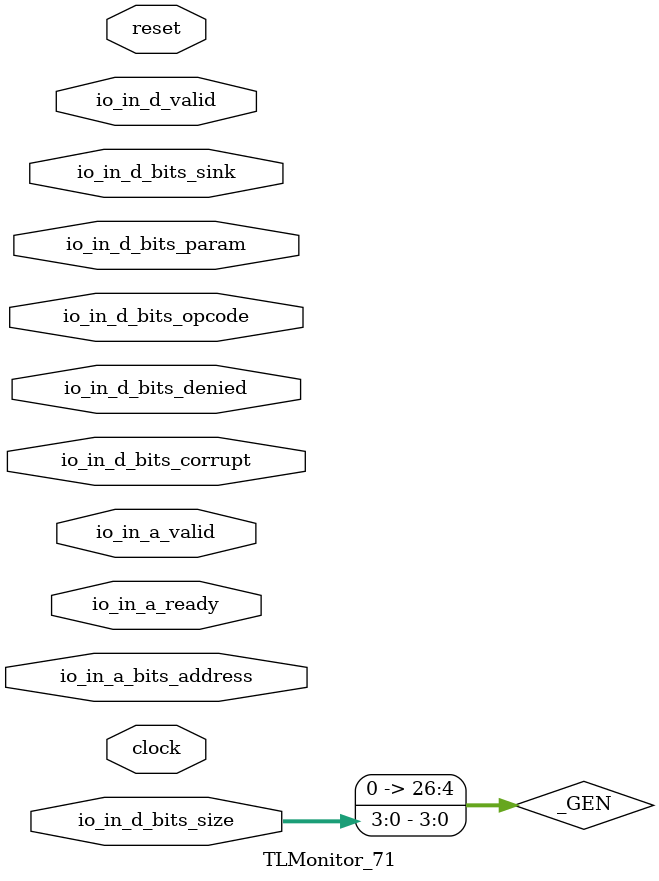
<source format=sv>
`ifndef RANDOMIZE
  `ifdef RANDOMIZE_REG_INIT
    `define RANDOMIZE
  `endif // RANDOMIZE_REG_INIT
`endif // not def RANDOMIZE
`ifndef RANDOMIZE
  `ifdef RANDOMIZE_MEM_INIT
    `define RANDOMIZE
  `endif // RANDOMIZE_MEM_INIT
`endif // not def RANDOMIZE

`ifndef RANDOM
  `define RANDOM $random
`endif // not def RANDOM

// Users can define 'PRINTF_COND' to add an extra gate to prints.
`ifndef PRINTF_COND_
  `ifdef PRINTF_COND
    `define PRINTF_COND_ (`PRINTF_COND)
  `else  // PRINTF_COND
    `define PRINTF_COND_ 1
  `endif // PRINTF_COND
`endif // not def PRINTF_COND_

// Users can define 'ASSERT_VERBOSE_COND' to add an extra gate to assert error printing.
`ifndef ASSERT_VERBOSE_COND_
  `ifdef ASSERT_VERBOSE_COND
    `define ASSERT_VERBOSE_COND_ (`ASSERT_VERBOSE_COND)
  `else  // ASSERT_VERBOSE_COND
    `define ASSERT_VERBOSE_COND_ 1
  `endif // ASSERT_VERBOSE_COND
`endif // not def ASSERT_VERBOSE_COND_

// Users can define 'STOP_COND' to add an extra gate to stop conditions.
`ifndef STOP_COND_
  `ifdef STOP_COND
    `define STOP_COND_ (`STOP_COND)
  `else  // STOP_COND
    `define STOP_COND_ 1
  `endif // STOP_COND
`endif // not def STOP_COND_

// Users can define INIT_RANDOM as general code that gets injected into the
// initializer block for modules with registers.
`ifndef INIT_RANDOM
  `define INIT_RANDOM
`endif // not def INIT_RANDOM

// If using random initialization, you can also define RANDOMIZE_DELAY to
// customize the delay used, otherwise 0.002 is used.
`ifndef RANDOMIZE_DELAY
  `define RANDOMIZE_DELAY 0.002
`endif // not def RANDOMIZE_DELAY

// Define INIT_RANDOM_PROLOG_ for use in our modules below.
`ifndef INIT_RANDOM_PROLOG_
  `ifdef RANDOMIZE
    `ifdef VERILATOR
      `define INIT_RANDOM_PROLOG_ `INIT_RANDOM
    `else  // VERILATOR
      `define INIT_RANDOM_PROLOG_ `INIT_RANDOM #`RANDOMIZE_DELAY begin end
    `endif // VERILATOR
  `else  // RANDOMIZE
    `define INIT_RANDOM_PROLOG_
  `endif // RANDOMIZE
`endif // not def INIT_RANDOM_PROLOG_

module TLMonitor_71(
  input        clock,
               reset,
               io_in_a_ready,
               io_in_a_valid,
  input [31:0] io_in_a_bits_address,
  input        io_in_d_valid,
  input [2:0]  io_in_d_bits_opcode,
  input [1:0]  io_in_d_bits_param,
  input [3:0]  io_in_d_bits_size,
               io_in_d_bits_sink,
  input        io_in_d_bits_denied,
               io_in_d_bits_corrupt
);

  wire [31:0] _plusarg_reader_1_out;	// @[PlusArg.scala:80:11]
  wire [31:0] _plusarg_reader_out;	// @[PlusArg.scala:80:11]
  wire        a_set = io_in_a_ready & io_in_a_valid;	// @[Decoupled.scala:51:35]
  reg  [7:0]  d_first_counter;	// @[Edges.scala:229:27]
  reg  [2:0]  opcode_1;	// @[Monitor.scala:535:22]
  reg  [1:0]  param_1;	// @[Monitor.scala:536:22]
  reg  [3:0]  size_1;	// @[Monitor.scala:537:22]
  reg         source_1;	// @[Monitor.scala:538:22]
  reg  [3:0]  sink;	// @[Monitor.scala:539:22]
  reg         denied;	// @[Monitor.scala:540:22]
  reg         inflight;	// @[Monitor.scala:611:27]
  reg  [3:0]  inflight_opcodes;	// @[Monitor.scala:613:35]
  reg  [7:0]  inflight_sizes;	// @[Monitor.scala:615:33]
  reg  [7:0]  d_first_counter_1;	// @[Edges.scala:229:27]
  wire        d_first_1 = d_first_counter_1 == 8'h0;	// @[Edges.scala:229:27, :231:25, Monitor.scala:745:35]
  wire        d_release_ack = io_in_d_bits_opcode == 3'h6;	// @[Monitor.scala:81:25, :670:46]
  reg  [31:0] watchdog;	// @[Monitor.scala:706:27]
  reg  [7:0]  d_first_counter_2;	// @[Edges.scala:229:27]
  wire        d_first_2 = d_first_counter_2 == 8'h0;	// @[Edges.scala:229:27, :231:25, Monitor.scala:745:35]
  wire [26:0] _GEN = {23'h0, io_in_d_bits_size};	// @[package.scala:235:71]
  wire [26:0] _d_first_beats1_decode_T_1 = 27'hFFF << _GEN;	// @[package.scala:235:71]
  wire [26:0] _d_first_beats1_decode_T_5 = 27'hFFF << _GEN;	// @[package.scala:235:71]
  wire [26:0] _d_first_beats1_decode_T_9 = 27'hFFF << _GEN;	// @[package.scala:235:71]
  wire        d_clr = io_in_d_valid & d_first_1 & ~d_release_ack;	// @[Edges.scala:231:25, Monitor.scala:670:46, :671:74, :675:72]
  wire        _T_1083 = io_in_d_valid & ~(|d_first_counter);	// @[Edges.scala:229:27, :231:25, Monitor.scala:549:20]
  always @(posedge clock) begin
    if (reset) begin
      d_first_counter <= 8'h0;	// @[Edges.scala:229:27, Monitor.scala:745:35]
      inflight <= 1'h0;	// @[Monitor.scala:611:27]
      inflight_opcodes <= 4'h0;	// @[Monitor.scala:613:35, :657:77, Parameters.scala:92:42]
      inflight_sizes <= 8'h0;	// @[Monitor.scala:615:33, :745:35]
      d_first_counter_1 <= 8'h0;	// @[Edges.scala:229:27, Monitor.scala:745:35]
      watchdog <= 32'h0;	// @[Bundles.scala:259:74, Monitor.scala:706:27]
      d_first_counter_2 <= 8'h0;	// @[Edges.scala:229:27, Monitor.scala:745:35]
    end
    else begin
      if (io_in_d_valid) begin
        if (|d_first_counter)	// @[Edges.scala:229:27, :231:25]
          d_first_counter <= d_first_counter - 8'h1;	// @[Edges.scala:229:27, :230:28]
        else if (io_in_d_bits_opcode[0])	// @[Edges.scala:106:36]
          d_first_counter <= ~(_d_first_beats1_decode_T_1[11:4]);	// @[Edges.scala:229:27, package.scala:235:{46,71,76}]
        else	// @[Edges.scala:106:36]
          d_first_counter <= 8'h0;	// @[Edges.scala:229:27, Monitor.scala:745:35]
        if (d_first_1) begin	// @[Edges.scala:231:25]
          if (io_in_d_bits_opcode[0])	// @[Edges.scala:106:36]
            d_first_counter_1 <= ~(_d_first_beats1_decode_T_5[11:4]);	// @[Edges.scala:229:27, package.scala:235:{46,71,76}]
          else	// @[Edges.scala:106:36]
            d_first_counter_1 <= 8'h0;	// @[Edges.scala:229:27, Monitor.scala:745:35]
        end
        else	// @[Edges.scala:231:25]
          d_first_counter_1 <= d_first_counter_1 - 8'h1;	// @[Edges.scala:229:27, :230:28]
        if (d_first_2) begin	// @[Edges.scala:231:25]
          if (io_in_d_bits_opcode[0])	// @[Edges.scala:106:36]
            d_first_counter_2 <= ~(_d_first_beats1_decode_T_9[11:4]);	// @[Edges.scala:229:27, package.scala:235:{46,71,76}]
          else	// @[Edges.scala:106:36]
            d_first_counter_2 <= 8'h0;	// @[Edges.scala:229:27, Monitor.scala:745:35]
        end
        else	// @[Edges.scala:231:25]
          d_first_counter_2 <= d_first_counter_2 - 8'h1;	// @[Edges.scala:229:27, :230:28]
      end
      inflight <= (inflight | a_set) & ~d_clr;	// @[Decoupled.scala:51:35, Monitor.scala:611:27, :675:72, :702:{27,36,38}]
      inflight_opcodes <= (inflight_opcodes | (a_set ? 4'h9 : 4'h0)) & ~{4{d_clr}};	// @[Decoupled.scala:51:35, Monitor.scala:613:35, :627:33, :652:72, :654:61, :656:28, :657:77, :665:33, :675:{72,91}, :677:21, :703:{43,60,62}, Parameters.scala:92:42]
      inflight_sizes <= (inflight_sizes | (a_set ? {3'h0, a_set ? 5'hD : 5'h0} : 8'h0)) & ~{8{d_clr}};	// @[Decoupled.scala:51:35, Monitor.scala:615:33, :629:31, :645:38, :652:72, :655:{28,59}, :657:28, :667:31, :675:{72,91}, :678:21, :704:{39,54,56}, :745:35]
      if (a_set | io_in_d_valid)	// @[Decoupled.scala:51:35, Monitor.scala:712:27]
        watchdog <= 32'h0;	// @[Bundles.scala:259:74, Monitor.scala:706:27]
      else	// @[Monitor.scala:712:27]
        watchdog <= watchdog + 32'h1;	// @[Monitor.scala:706:27, :711:26]
    end
    if (_T_1083) begin	// @[Monitor.scala:549:20]
      opcode_1 <= io_in_d_bits_opcode;	// @[Monitor.scala:535:22]
      param_1 <= io_in_d_bits_param;	// @[Monitor.scala:536:22]
      size_1 <= io_in_d_bits_size;	// @[Monitor.scala:537:22]
      sink <= io_in_d_bits_sink;	// @[Monitor.scala:539:22]
      denied <= io_in_d_bits_denied;	// @[Monitor.scala:540:22]
    end
    source_1 <= ~_T_1083 & source_1;	// @[Monitor.scala:538:22, :549:{20,32}, :553:15]
  end // always @(posedge)
  `ifndef SYNTHESIS
    wire  [7:0][2:0] _GEN_0 = '{3'h4, 3'h5, 3'h2, 3'h1, 3'h1, 3'h1, 3'h0, 3'h0};	// @[Monitor.scala:690:38]
    wire  [7:0][2:0] _GEN_1 = '{3'h4, 3'h4, 3'h2, 3'h1, 3'h1, 3'h1, 3'h0, 3'h0};	// @[Monitor.scala:689:38]
    wire             _GEN_2 = io_in_d_valid & io_in_d_bits_opcode == 3'h6;	// @[Monitor.scala:81:25, :310:{25,52}]
    wire             _GEN_3 = io_in_d_bits_size[3:2] == 2'h0;	// @[Monitor.scala:312:27, :313:28]
    wire             _GEN_4 = io_in_d_valid & io_in_d_bits_opcode == 3'h4;	// @[Monitor.scala:318:{25,47}]
    wire             _GEN_5 = io_in_d_bits_param == 2'h2;	// @[Bundles.scala:111:27, Monitor.scala:323:28]
    wire             _GEN_6 = io_in_d_valid & io_in_d_bits_opcode == 3'h5;	// @[Monitor.scala:146:25, :328:{25,51}]
    wire             _GEN_7 = io_in_d_valid & io_in_d_bits_opcode == 3'h0;	// @[Monitor.scala:338:{25,51}]
    wire             _GEN_8 = io_in_d_valid & io_in_d_bits_opcode == 3'h1;	// @[Monitor.scala:346:{25,55}, :686:39]
    wire             _GEN_9 = io_in_d_valid & io_in_d_bits_opcode == 3'h2;	// @[Monitor.scala:354:{25,49}, :640:42]
    wire             _T_1057 = io_in_d_valid & (|d_first_counter);	// @[Edges.scala:229:27, :231:25, Monitor.scala:541:19]
    wire             _T_1136 = io_in_d_valid & d_first_1;	// @[Edges.scala:231:25, Monitor.scala:671:26]
    wire             _T_1107 = _T_1136 & ~d_release_ack;	// @[Monitor.scala:670:46, :671:{26,74}, :680:71]
    wire             _GEN_10 = _T_1107 & io_in_a_valid;	// @[Monitor.scala:680:71, :684:30]
    wire             _GEN_11 = _T_1107 & ~io_in_a_valid;	// @[Monitor.scala:680:71, :684:30]
    wire             _T_1193 = io_in_d_valid & d_first_2 & d_release_ack;	// @[Edges.scala:231:25, Monitor.scala:670:46, :791:71]
    always @(posedge clock) begin	// @[Monitor.scala:42:11]
      if (io_in_a_valid & ~reset & ~(io_in_a_bits_address[31:12] == 20'h3 | {io_in_a_bits_address[31:15], io_in_a_bits_address[13:12]} == 19'h0 | io_in_a_bits_address[31:16] == 16'h1 | {io_in_a_bits_address[31:17] ^ 15'h8, io_in_a_bits_address[15:12]} == 19'h0 | io_in_a_bits_address[31:16] == 16'h200 | io_in_a_bits_address[31:12] == 20'h2010 | io_in_a_bits_address[31:26] == 6'h3 | io_in_a_bits_address[31:12] == 20'h54000 | io_in_a_bits_address[31:28] == 4'h8)) begin	// @[Monitor.scala:42:11, Parameters.scala:137:{31,45,65}, :673:26]
        if (`ASSERT_VERBOSE_COND_)	// @[Monitor.scala:42:11]
          $error("Assertion failed: 'A' channel carries Get type which slave claims it can't support (connected at Frontend.scala:386:21)\n    at Monitor.scala:42 assert(cond, message)\n");	// @[Monitor.scala:42:11]
        if (`STOP_COND_)	// @[Monitor.scala:42:11]
          $fatal;	// @[Monitor.scala:42:11]
      end
      if (io_in_a_valid & ~reset & (|(io_in_a_bits_address[5:0]))) begin	// @[Edges.scala:21:{16,24}, Monitor.scala:42:11]
        if (`ASSERT_VERBOSE_COND_)	// @[Monitor.scala:42:11]
          $error("Assertion failed: 'A' channel Get address not aligned to size (connected at Frontend.scala:386:21)\n    at Monitor.scala:42 assert(cond, message)\n");	// @[Monitor.scala:42:11]
        if (`STOP_COND_)	// @[Monitor.scala:42:11]
          $fatal;	// @[Monitor.scala:42:11]
      end
      if (io_in_d_valid & ~reset & (&io_in_d_bits_opcode)) begin	// @[Bundles.scala:45:24, Monitor.scala:49:11]
        if (`ASSERT_VERBOSE_COND_)	// @[Monitor.scala:49:11]
          $error("Assertion failed: 'D' channel has invalid opcode (connected at Frontend.scala:386:21)\n    at Monitor.scala:49 assert(cond, message)\n");	// @[Monitor.scala:49:11]
        if (`STOP_COND_)	// @[Monitor.scala:49:11]
          $fatal;	// @[Monitor.scala:49:11]
      end
      if (_GEN_2 & ~reset & _GEN_3) begin	// @[Monitor.scala:49:11, :310:52, :312:27]
        if (`ASSERT_VERBOSE_COND_)	// @[Monitor.scala:49:11]
          $error("Assertion failed: 'D' channel ReleaseAck smaller than a beat (connected at Frontend.scala:386:21)\n    at Monitor.scala:49 assert(cond, message)\n");	// @[Monitor.scala:49:11]
        if (`STOP_COND_)	// @[Monitor.scala:49:11]
          $fatal;	// @[Monitor.scala:49:11]
      end
      if (_GEN_2 & ~reset & (|io_in_d_bits_param)) begin	// @[Monitor.scala:49:11, :310:52, :313:28]
        if (`ASSERT_VERBOSE_COND_)	// @[Monitor.scala:49:11]
          $error("Assertion failed: 'D' channel ReleaseeAck carries invalid param (connected at Frontend.scala:386:21)\n    at Monitor.scala:49 assert(cond, message)\n");	// @[Monitor.scala:49:11]
        if (`STOP_COND_)	// @[Monitor.scala:49:11]
          $fatal;	// @[Monitor.scala:49:11]
      end
      if (_GEN_2 & ~reset & io_in_d_bits_corrupt) begin	// @[Monitor.scala:49:11, :310:52]
        if (`ASSERT_VERBOSE_COND_)	// @[Monitor.scala:49:11]
          $error("Assertion failed: 'D' channel ReleaseAck is corrupt (connected at Frontend.scala:386:21)\n    at Monitor.scala:49 assert(cond, message)\n");	// @[Monitor.scala:49:11]
        if (`STOP_COND_)	// @[Monitor.scala:49:11]
          $fatal;	// @[Monitor.scala:49:11]
      end
      if (_GEN_2 & ~reset & io_in_d_bits_denied) begin	// @[Monitor.scala:49:11, :310:52]
        if (`ASSERT_VERBOSE_COND_)	// @[Monitor.scala:49:11]
          $error("Assertion failed: 'D' channel ReleaseAck is denied (connected at Frontend.scala:386:21)\n    at Monitor.scala:49 assert(cond, message)\n");	// @[Monitor.scala:49:11]
        if (`STOP_COND_)	// @[Monitor.scala:49:11]
          $fatal;	// @[Monitor.scala:49:11]
      end
      if (_GEN_4 & ~reset & _GEN_3) begin	// @[Monitor.scala:49:11, :312:27, :318:47]
        if (`ASSERT_VERBOSE_COND_)	// @[Monitor.scala:49:11]
          $error("Assertion failed: 'D' channel Grant smaller than a beat (connected at Frontend.scala:386:21)\n    at Monitor.scala:49 assert(cond, message)\n");	// @[Monitor.scala:49:11]
        if (`STOP_COND_)	// @[Monitor.scala:49:11]
          $fatal;	// @[Monitor.scala:49:11]
      end
      if (_GEN_4 & ~reset & (&io_in_d_bits_param)) begin	// @[Bundles.scala:105:26, Monitor.scala:49:11, :318:47]
        if (`ASSERT_VERBOSE_COND_)	// @[Monitor.scala:49:11]
          $error("Assertion failed: 'D' channel Grant carries invalid cap param (connected at Frontend.scala:386:21)\n    at Monitor.scala:49 assert(cond, message)\n");	// @[Monitor.scala:49:11]
        if (`STOP_COND_)	// @[Monitor.scala:49:11]
          $fatal;	// @[Monitor.scala:49:11]
      end
      if (_GEN_4 & ~reset & _GEN_5) begin	// @[Monitor.scala:49:11, :318:47, :323:28]
        if (`ASSERT_VERBOSE_COND_)	// @[Monitor.scala:49:11]
          $error("Assertion failed: 'D' channel Grant carries toN param (connected at Frontend.scala:386:21)\n    at Monitor.scala:49 assert(cond, message)\n");	// @[Monitor.scala:49:11]
        if (`STOP_COND_)	// @[Monitor.scala:49:11]
          $fatal;	// @[Monitor.scala:49:11]
      end
      if (_GEN_4 & ~reset & io_in_d_bits_corrupt) begin	// @[Monitor.scala:49:11, :318:47]
        if (`ASSERT_VERBOSE_COND_)	// @[Monitor.scala:49:11]
          $error("Assertion failed: 'D' channel Grant is corrupt (connected at Frontend.scala:386:21)\n    at Monitor.scala:49 assert(cond, message)\n");	// @[Monitor.scala:49:11]
        if (`STOP_COND_)	// @[Monitor.scala:49:11]
          $fatal;	// @[Monitor.scala:49:11]
      end
      if (_GEN_6 & ~reset & _GEN_3) begin	// @[Monitor.scala:49:11, :312:27, :328:51]
        if (`ASSERT_VERBOSE_COND_)	// @[Monitor.scala:49:11]
          $error("Assertion failed: 'D' channel GrantData smaller than a beat (connected at Frontend.scala:386:21)\n    at Monitor.scala:49 assert(cond, message)\n");	// @[Monitor.scala:49:11]
        if (`STOP_COND_)	// @[Monitor.scala:49:11]
          $fatal;	// @[Monitor.scala:49:11]
      end
      if (_GEN_6 & ~reset & (&io_in_d_bits_param)) begin	// @[Bundles.scala:105:26, Monitor.scala:49:11, :328:51]
        if (`ASSERT_VERBOSE_COND_)	// @[Monitor.scala:49:11]
          $error("Assertion failed: 'D' channel GrantData carries invalid cap param (connected at Frontend.scala:386:21)\n    at Monitor.scala:49 assert(cond, message)\n");	// @[Monitor.scala:49:11]
        if (`STOP_COND_)	// @[Monitor.scala:49:11]
          $fatal;	// @[Monitor.scala:49:11]
      end
      if (_GEN_6 & ~reset & _GEN_5) begin	// @[Monitor.scala:49:11, :323:28, :328:51]
        if (`ASSERT_VERBOSE_COND_)	// @[Monitor.scala:49:11]
          $error("Assertion failed: 'D' channel GrantData carries toN param (connected at Frontend.scala:386:21)\n    at Monitor.scala:49 assert(cond, message)\n");	// @[Monitor.scala:49:11]
        if (`STOP_COND_)	// @[Monitor.scala:49:11]
          $fatal;	// @[Monitor.scala:49:11]
      end
      if (_GEN_6 & ~reset & ~(~io_in_d_bits_denied | io_in_d_bits_corrupt)) begin	// @[Monitor.scala:49:11, :328:51, :334:{15,30}]
        if (`ASSERT_VERBOSE_COND_)	// @[Monitor.scala:49:11]
          $error("Assertion failed: 'D' channel GrantData is denied but not corrupt (connected at Frontend.scala:386:21)\n    at Monitor.scala:49 assert(cond, message)\n");	// @[Monitor.scala:49:11]
        if (`STOP_COND_)	// @[Monitor.scala:49:11]
          $fatal;	// @[Monitor.scala:49:11]
      end
      if (_GEN_7 & ~reset & (|io_in_d_bits_param)) begin	// @[Monitor.scala:49:11, :338:51, :341:28]
        if (`ASSERT_VERBOSE_COND_)	// @[Monitor.scala:49:11]
          $error("Assertion failed: 'D' channel AccessAck carries invalid param (connected at Frontend.scala:386:21)\n    at Monitor.scala:49 assert(cond, message)\n");	// @[Monitor.scala:49:11]
        if (`STOP_COND_)	// @[Monitor.scala:49:11]
          $fatal;	// @[Monitor.scala:49:11]
      end
      if (_GEN_7 & ~reset & io_in_d_bits_corrupt) begin	// @[Monitor.scala:49:11, :338:51]
        if (`ASSERT_VERBOSE_COND_)	// @[Monitor.scala:49:11]
          $error("Assertion failed: 'D' channel AccessAck is corrupt (connected at Frontend.scala:386:21)\n    at Monitor.scala:49 assert(cond, message)\n");	// @[Monitor.scala:49:11]
        if (`STOP_COND_)	// @[Monitor.scala:49:11]
          $fatal;	// @[Monitor.scala:49:11]
      end
      if (_GEN_8 & ~reset & (|io_in_d_bits_param)) begin	// @[Monitor.scala:49:11, :346:55, :349:28]
        if (`ASSERT_VERBOSE_COND_)	// @[Monitor.scala:49:11]
          $error("Assertion failed: 'D' channel AccessAckData carries invalid param (connected at Frontend.scala:386:21)\n    at Monitor.scala:49 assert(cond, message)\n");	// @[Monitor.scala:49:11]
        if (`STOP_COND_)	// @[Monitor.scala:49:11]
          $fatal;	// @[Monitor.scala:49:11]
      end
      if (_GEN_8 & ~reset & ~(~io_in_d_bits_denied | io_in_d_bits_corrupt)) begin	// @[Monitor.scala:49:11, :346:55, :350:{15,30}]
        if (`ASSERT_VERBOSE_COND_)	// @[Monitor.scala:49:11]
          $error("Assertion failed: 'D' channel AccessAckData is denied but not corrupt (connected at Frontend.scala:386:21)\n    at Monitor.scala:49 assert(cond, message)\n");	// @[Monitor.scala:49:11]
        if (`STOP_COND_)	// @[Monitor.scala:49:11]
          $fatal;	// @[Monitor.scala:49:11]
      end
      if (_GEN_9 & ~reset & (|io_in_d_bits_param)) begin	// @[Monitor.scala:49:11, :354:49, :357:28]
        if (`ASSERT_VERBOSE_COND_)	// @[Monitor.scala:49:11]
          $error("Assertion failed: 'D' channel HintAck carries invalid param (connected at Frontend.scala:386:21)\n    at Monitor.scala:49 assert(cond, message)\n");	// @[Monitor.scala:49:11]
        if (`STOP_COND_)	// @[Monitor.scala:49:11]
          $fatal;	// @[Monitor.scala:49:11]
      end
      if (_GEN_9 & ~reset & io_in_d_bits_corrupt) begin	// @[Monitor.scala:49:11, :354:49]
        if (`ASSERT_VERBOSE_COND_)	// @[Monitor.scala:49:11]
          $error("Assertion failed: 'D' channel HintAck is corrupt (connected at Frontend.scala:386:21)\n    at Monitor.scala:49 assert(cond, message)\n");	// @[Monitor.scala:49:11]
        if (`STOP_COND_)	// @[Monitor.scala:49:11]
          $fatal;	// @[Monitor.scala:49:11]
      end
      if (_T_1057 & ~reset & io_in_d_bits_opcode != opcode_1) begin	// @[Monitor.scala:49:11, :535:22, :541:19, :542:29]
        if (`ASSERT_VERBOSE_COND_)	// @[Monitor.scala:49:11]
          $error("Assertion failed: 'D' channel opcode changed within multibeat operation (connected at Frontend.scala:386:21)\n    at Monitor.scala:49 assert(cond, message)\n");	// @[Monitor.scala:49:11]
        if (`STOP_COND_)	// @[Monitor.scala:49:11]
          $fatal;	// @[Monitor.scala:49:11]
      end
      if (_T_1057 & ~reset & io_in_d_bits_param != param_1) begin	// @[Monitor.scala:49:11, :536:22, :541:19, :543:29]
        if (`ASSERT_VERBOSE_COND_)	// @[Monitor.scala:49:11]
          $error("Assertion failed: 'D' channel param changed within multibeat operation (connected at Frontend.scala:386:21)\n    at Monitor.scala:49 assert(cond, message)\n");	// @[Monitor.scala:49:11]
        if (`STOP_COND_)	// @[Monitor.scala:49:11]
          $fatal;	// @[Monitor.scala:49:11]
      end
      if (_T_1057 & ~reset & io_in_d_bits_size != size_1) begin	// @[Monitor.scala:49:11, :537:22, :541:19, :544:29]
        if (`ASSERT_VERBOSE_COND_)	// @[Monitor.scala:49:11]
          $error("Assertion failed: 'D' channel size changed within multibeat operation (connected at Frontend.scala:386:21)\n    at Monitor.scala:49 assert(cond, message)\n");	// @[Monitor.scala:49:11]
        if (`STOP_COND_)	// @[Monitor.scala:49:11]
          $fatal;	// @[Monitor.scala:49:11]
      end
      if (_T_1057 & ~reset & source_1) begin	// @[Monitor.scala:49:11, :538:22, :541:19]
        if (`ASSERT_VERBOSE_COND_)	// @[Monitor.scala:49:11]
          $error("Assertion failed: 'D' channel source changed within multibeat operation (connected at Frontend.scala:386:21)\n    at Monitor.scala:49 assert(cond, message)\n");	// @[Monitor.scala:49:11]
        if (`STOP_COND_)	// @[Monitor.scala:49:11]
          $fatal;	// @[Monitor.scala:49:11]
      end
      if (_T_1057 & ~reset & io_in_d_bits_sink != sink) begin	// @[Monitor.scala:49:11, :539:22, :541:19, :546:29]
        if (`ASSERT_VERBOSE_COND_)	// @[Monitor.scala:49:11]
          $error("Assertion failed: 'D' channel sink changed with multibeat operation (connected at Frontend.scala:386:21)\n    at Monitor.scala:49 assert(cond, message)\n");	// @[Monitor.scala:49:11]
        if (`STOP_COND_)	// @[Monitor.scala:49:11]
          $fatal;	// @[Monitor.scala:49:11]
      end
      if (_T_1057 & ~reset & io_in_d_bits_denied != denied) begin	// @[Monitor.scala:49:11, :540:22, :541:19, :547:29]
        if (`ASSERT_VERBOSE_COND_)	// @[Monitor.scala:49:11]
          $error("Assertion failed: 'D' channel denied changed with multibeat operation (connected at Frontend.scala:386:21)\n    at Monitor.scala:49 assert(cond, message)\n");	// @[Monitor.scala:49:11]
        if (`STOP_COND_)	// @[Monitor.scala:49:11]
          $fatal;	// @[Monitor.scala:49:11]
      end
      if (a_set & ~reset & inflight) begin	// @[Decoupled.scala:51:35, Monitor.scala:42:11, :611:27]
        if (`ASSERT_VERBOSE_COND_)	// @[Monitor.scala:42:11]
          $error("Assertion failed: 'A' channel re-used a source ID (connected at Frontend.scala:386:21)\n    at Monitor.scala:42 assert(cond, message)\n");	// @[Monitor.scala:42:11]
        if (`STOP_COND_)	// @[Monitor.scala:42:11]
          $fatal;	// @[Monitor.scala:42:11]
      end
      if (_T_1107 & ~reset & ~(inflight | io_in_a_valid)) begin	// @[Monitor.scala:49:11, :611:27, :680:71, :682:49]
        if (`ASSERT_VERBOSE_COND_)	// @[Monitor.scala:49:11]
          $error("Assertion failed: 'D' channel acknowledged for nothing inflight (connected at Frontend.scala:386:21)\n    at Monitor.scala:49 assert(cond, message)\n");	// @[Monitor.scala:49:11]
        if (`STOP_COND_)	// @[Monitor.scala:49:11]
          $fatal;	// @[Monitor.scala:49:11]
      end
      if (_GEN_10 & ~reset & ~(io_in_d_bits_opcode == 3'h1 | io_in_d_bits_opcode == 3'h1)) begin	// @[Monitor.scala:49:11, :684:30, :685:{38,77}, :686:39]
        if (`ASSERT_VERBOSE_COND_)	// @[Monitor.scala:49:11]
          $error("Assertion failed: 'D' channel contains improper opcode response (connected at Frontend.scala:386:21)\n    at Monitor.scala:49 assert(cond, message)\n");	// @[Monitor.scala:49:11]
        if (`STOP_COND_)	// @[Monitor.scala:49:11]
          $fatal;	// @[Monitor.scala:49:11]
      end
      if (_GEN_10 & ~reset & io_in_d_bits_size != 4'h6) begin	// @[Monitor.scala:49:11, :684:30, :687:36]
        if (`ASSERT_VERBOSE_COND_)	// @[Monitor.scala:49:11]
          $error("Assertion failed: 'D' channel contains improper response size (connected at Frontend.scala:386:21)\n    at Monitor.scala:49 assert(cond, message)\n");	// @[Monitor.scala:49:11]
        if (`STOP_COND_)	// @[Monitor.scala:49:11]
          $fatal;	// @[Monitor.scala:49:11]
      end
      if (_GEN_11 & ~reset & ~(io_in_d_bits_opcode == _GEN_1[inflight_opcodes[3:1]] | io_in_d_bits_opcode == _GEN_0[inflight_opcodes[3:1]])) begin	// @[Monitor.scala:42:11, :49:11, :613:35, :634:152, :684:30, :689:{38,72}, :690:38]
        if (`ASSERT_VERBOSE_COND_)	// @[Monitor.scala:49:11]
          $error("Assertion failed: 'D' channel contains improper opcode response (connected at Frontend.scala:386:21)\n    at Monitor.scala:49 assert(cond, message)\n");	// @[Monitor.scala:49:11]
        if (`STOP_COND_)	// @[Monitor.scala:49:11]
          $fatal;	// @[Monitor.scala:49:11]
      end
      if (_GEN_11 & ~reset & {4'h0, io_in_d_bits_size} != {1'h0, inflight_sizes[7:1]}) begin	// @[Monitor.scala:42:11, :49:11, :615:33, :638:{19,144}, :657:77, :684:30, :691:36, Parameters.scala:92:42]
        if (`ASSERT_VERBOSE_COND_)	// @[Monitor.scala:49:11]
          $error("Assertion failed: 'D' channel contains improper response size (connected at Frontend.scala:386:21)\n    at Monitor.scala:49 assert(cond, message)\n");	// @[Monitor.scala:49:11]
        if (`STOP_COND_)	// @[Monitor.scala:49:11]
          $fatal;	// @[Monitor.scala:49:11]
      end
      if (_T_1136 & io_in_a_valid & ~d_release_ack & ~reset & ~io_in_a_ready) begin	// @[Monitor.scala:49:11, :670:46, :671:{26,74}]
        if (`ASSERT_VERBOSE_COND_)	// @[Monitor.scala:49:11]
          $error("Assertion failed: ready check\n    at Monitor.scala:49 assert(cond, message)\n");	// @[Monitor.scala:49:11]
        if (`STOP_COND_)	// @[Monitor.scala:49:11]
          $fatal;	// @[Monitor.scala:49:11]
      end
      if (~reset & ~(io_in_a_valid != (_T_1136 & ~d_release_ack) | ~io_in_a_valid)) begin	// @[Monitor.scala:49:11, :670:46, :671:{26,71,74}, :699:{29,48,51}]
        if (`ASSERT_VERBOSE_COND_)	// @[Monitor.scala:49:11]
          $error("Assertion failed: 'A' and 'D' concurrent, despite minlatency 4 (connected at Frontend.scala:386:21)\n    at Monitor.scala:49 assert(cond, message)\n");	// @[Monitor.scala:49:11]
        if (`STOP_COND_)	// @[Monitor.scala:49:11]
          $fatal;	// @[Monitor.scala:49:11]
      end
      if (~reset & ~(~inflight | _plusarg_reader_out == 32'h0 | watchdog < _plusarg_reader_out)) begin	// @[Bundles.scala:259:74, Monitor.scala:42:11, :611:27, :706:27, :709:{16,39,47,59}, PlusArg.scala:80:11]
        if (`ASSERT_VERBOSE_COND_)	// @[Monitor.scala:42:11]
          $error("Assertion failed: TileLink timeout expired (connected at Frontend.scala:386:21)\n    at Monitor.scala:42 assert(cond, message)\n");	// @[Monitor.scala:42:11]
        if (`STOP_COND_)	// @[Monitor.scala:42:11]
          $fatal;	// @[Monitor.scala:42:11]
      end
      if (_T_1193 & ~reset) begin	// @[Monitor.scala:49:11, :791:71]
        if (`ASSERT_VERBOSE_COND_)	// @[Monitor.scala:49:11]
          $error("Assertion failed: 'D' channel acknowledged for nothing inflight (connected at Frontend.scala:386:21)\n    at Monitor.scala:49 assert(cond, message)\n");	// @[Monitor.scala:49:11]
        if (`STOP_COND_)	// @[Monitor.scala:49:11]
          $fatal;	// @[Monitor.scala:49:11]
      end
      if (_T_1193 & ~reset & (|io_in_d_bits_size)) begin	// @[Monitor.scala:49:11, :791:71, :797:36]
        if (`ASSERT_VERBOSE_COND_)	// @[Monitor.scala:49:11]
          $error("Assertion failed: 'D' channel contains improper response size (connected at Frontend.scala:386:21)\n    at Monitor.scala:49 assert(cond, message)\n");	// @[Monitor.scala:49:11]
        if (`STOP_COND_)	// @[Monitor.scala:49:11]
          $fatal;	// @[Monitor.scala:49:11]
      end
    end // always @(posedge)
    `ifdef FIRRTL_BEFORE_INITIAL
      `FIRRTL_BEFORE_INITIAL
    `endif // FIRRTL_BEFORE_INITIAL
    logic [31:0]     _RANDOM_0;
    logic [31:0]     _RANDOM_1;
    logic [31:0]     _RANDOM_2;
    logic [31:0]     _RANDOM_3;
    logic [31:0]     _RANDOM_4;
    logic [31:0]     _RANDOM_5;
    initial begin
      `ifdef INIT_RANDOM_PROLOG_
        `INIT_RANDOM_PROLOG_
      `endif // INIT_RANDOM_PROLOG_
      `ifdef RANDOMIZE_REG_INIT
        _RANDOM_0 = `RANDOM;
        _RANDOM_1 = `RANDOM;
        _RANDOM_2 = `RANDOM;
        _RANDOM_3 = `RANDOM;
        _RANDOM_4 = `RANDOM;
        _RANDOM_5 = `RANDOM;
        d_first_counter = _RANDOM_1[26:19];	// @[Edges.scala:229:27]
        opcode_1 = _RANDOM_1[29:27];	// @[Edges.scala:229:27, Monitor.scala:535:22]
        param_1 = _RANDOM_1[31:30];	// @[Edges.scala:229:27, Monitor.scala:536:22]
        size_1 = _RANDOM_2[3:0];	// @[Monitor.scala:537:22]
        source_1 = _RANDOM_2[4];	// @[Monitor.scala:537:22, :538:22]
        sink = _RANDOM_2[8:5];	// @[Monitor.scala:537:22, :539:22]
        denied = _RANDOM_2[9];	// @[Monitor.scala:537:22, :540:22]
        inflight = _RANDOM_2[10];	// @[Monitor.scala:537:22, :611:27]
        inflight_opcodes = _RANDOM_2[14:11];	// @[Monitor.scala:537:22, :613:35]
        inflight_sizes = _RANDOM_2[22:15];	// @[Monitor.scala:537:22, :615:33]
        d_first_counter_1 = {_RANDOM_2[31], _RANDOM_3[6:0]};	// @[Edges.scala:229:27, Monitor.scala:537:22]
        watchdog = {_RANDOM_3[31:7], _RANDOM_4[6:0]};	// @[Edges.scala:229:27, Monitor.scala:706:27]
        d_first_counter_2 = {_RANDOM_4[31:28], _RANDOM_5[3:0]};	// @[Edges.scala:229:27, Monitor.scala:706:27]
      `endif // RANDOMIZE_REG_INIT
    end // initial
    `ifdef FIRRTL_AFTER_INITIAL
      `FIRRTL_AFTER_INITIAL
    `endif // FIRRTL_AFTER_INITIAL
  `endif // not def SYNTHESIS
  plusarg_reader #(
    .FORMAT("tilelink_timeout=%d"),
    .DEFAULT(0),
    .WIDTH(32)
  ) plusarg_reader (	// @[PlusArg.scala:80:11]
    .out (_plusarg_reader_out)
  );
  plusarg_reader #(
    .FORMAT("tilelink_timeout=%d"),
    .DEFAULT(0),
    .WIDTH(32)
  ) plusarg_reader_1 (	// @[PlusArg.scala:80:11]
    .out (_plusarg_reader_1_out)
  );
endmodule


</source>
